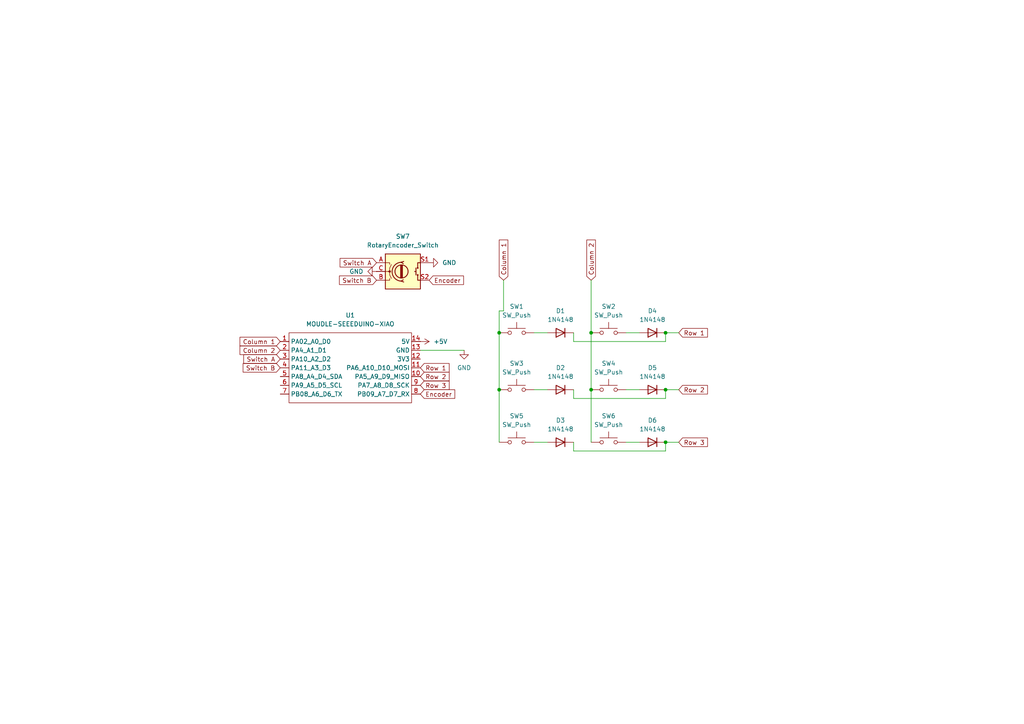
<source format=kicad_sch>
(kicad_sch
	(version 20250114)
	(generator "eeschema")
	(generator_version "9.0")
	(uuid "48303566-71d4-4c6d-884e-444d6af6ce6e")
	(paper "A4")
	(lib_symbols
		(symbol "Device:RotaryEncoder_Switch"
			(pin_names
				(offset 0.254)
				(hide yes)
			)
			(exclude_from_sim no)
			(in_bom yes)
			(on_board yes)
			(property "Reference" "SW"
				(at 0 6.604 0)
				(effects
					(font
						(size 1.27 1.27)
					)
				)
			)
			(property "Value" "RotaryEncoder_Switch"
				(at 0 -6.604 0)
				(effects
					(font
						(size 1.27 1.27)
					)
				)
			)
			(property "Footprint" ""
				(at -3.81 4.064 0)
				(effects
					(font
						(size 1.27 1.27)
					)
					(hide yes)
				)
			)
			(property "Datasheet" "~"
				(at 0 6.604 0)
				(effects
					(font
						(size 1.27 1.27)
					)
					(hide yes)
				)
			)
			(property "Description" "Rotary encoder, dual channel, incremental quadrate outputs, with switch"
				(at 0 0 0)
				(effects
					(font
						(size 1.27 1.27)
					)
					(hide yes)
				)
			)
			(property "ki_keywords" "rotary switch encoder switch push button"
				(at 0 0 0)
				(effects
					(font
						(size 1.27 1.27)
					)
					(hide yes)
				)
			)
			(property "ki_fp_filters" "RotaryEncoder*Switch*"
				(at 0 0 0)
				(effects
					(font
						(size 1.27 1.27)
					)
					(hide yes)
				)
			)
			(symbol "RotaryEncoder_Switch_0_1"
				(rectangle
					(start -5.08 5.08)
					(end 5.08 -5.08)
					(stroke
						(width 0.254)
						(type default)
					)
					(fill
						(type background)
					)
				)
				(polyline
					(pts
						(xy -5.08 2.54) (xy -3.81 2.54) (xy -3.81 2.032)
					)
					(stroke
						(width 0)
						(type default)
					)
					(fill
						(type none)
					)
				)
				(polyline
					(pts
						(xy -5.08 0) (xy -3.81 0) (xy -3.81 -1.016) (xy -3.302 -2.032)
					)
					(stroke
						(width 0)
						(type default)
					)
					(fill
						(type none)
					)
				)
				(polyline
					(pts
						(xy -5.08 -2.54) (xy -3.81 -2.54) (xy -3.81 -2.032)
					)
					(stroke
						(width 0)
						(type default)
					)
					(fill
						(type none)
					)
				)
				(polyline
					(pts
						(xy -4.318 0) (xy -3.81 0) (xy -3.81 1.016) (xy -3.302 2.032)
					)
					(stroke
						(width 0)
						(type default)
					)
					(fill
						(type none)
					)
				)
				(circle
					(center -3.81 0)
					(radius 0.254)
					(stroke
						(width 0)
						(type default)
					)
					(fill
						(type outline)
					)
				)
				(polyline
					(pts
						(xy -0.635 -1.778) (xy -0.635 1.778)
					)
					(stroke
						(width 0.254)
						(type default)
					)
					(fill
						(type none)
					)
				)
				(circle
					(center -0.381 0)
					(radius 1.905)
					(stroke
						(width 0.254)
						(type default)
					)
					(fill
						(type none)
					)
				)
				(polyline
					(pts
						(xy -0.381 -1.778) (xy -0.381 1.778)
					)
					(stroke
						(width 0.254)
						(type default)
					)
					(fill
						(type none)
					)
				)
				(arc
					(start -0.381 -2.794)
					(mid -3.0988 -0.0635)
					(end -0.381 2.667)
					(stroke
						(width 0.254)
						(type default)
					)
					(fill
						(type none)
					)
				)
				(polyline
					(pts
						(xy -0.127 1.778) (xy -0.127 -1.778)
					)
					(stroke
						(width 0.254)
						(type default)
					)
					(fill
						(type none)
					)
				)
				(polyline
					(pts
						(xy 0.254 2.921) (xy -0.508 2.667) (xy 0.127 2.286)
					)
					(stroke
						(width 0.254)
						(type default)
					)
					(fill
						(type none)
					)
				)
				(polyline
					(pts
						(xy 0.254 -3.048) (xy -0.508 -2.794) (xy 0.127 -2.413)
					)
					(stroke
						(width 0.254)
						(type default)
					)
					(fill
						(type none)
					)
				)
				(polyline
					(pts
						(xy 3.81 1.016) (xy 3.81 -1.016)
					)
					(stroke
						(width 0.254)
						(type default)
					)
					(fill
						(type none)
					)
				)
				(polyline
					(pts
						(xy 3.81 0) (xy 3.429 0)
					)
					(stroke
						(width 0.254)
						(type default)
					)
					(fill
						(type none)
					)
				)
				(circle
					(center 4.318 1.016)
					(radius 0.127)
					(stroke
						(width 0.254)
						(type default)
					)
					(fill
						(type none)
					)
				)
				(circle
					(center 4.318 -1.016)
					(radius 0.127)
					(stroke
						(width 0.254)
						(type default)
					)
					(fill
						(type none)
					)
				)
				(polyline
					(pts
						(xy 5.08 2.54) (xy 4.318 2.54) (xy 4.318 1.016)
					)
					(stroke
						(width 0.254)
						(type default)
					)
					(fill
						(type none)
					)
				)
				(polyline
					(pts
						(xy 5.08 -2.54) (xy 4.318 -2.54) (xy 4.318 -1.016)
					)
					(stroke
						(width 0.254)
						(type default)
					)
					(fill
						(type none)
					)
				)
			)
			(symbol "RotaryEncoder_Switch_1_1"
				(pin passive line
					(at -7.62 2.54 0)
					(length 2.54)
					(name "A"
						(effects
							(font
								(size 1.27 1.27)
							)
						)
					)
					(number "A"
						(effects
							(font
								(size 1.27 1.27)
							)
						)
					)
				)
				(pin passive line
					(at -7.62 0 0)
					(length 2.54)
					(name "C"
						(effects
							(font
								(size 1.27 1.27)
							)
						)
					)
					(number "C"
						(effects
							(font
								(size 1.27 1.27)
							)
						)
					)
				)
				(pin passive line
					(at -7.62 -2.54 0)
					(length 2.54)
					(name "B"
						(effects
							(font
								(size 1.27 1.27)
							)
						)
					)
					(number "B"
						(effects
							(font
								(size 1.27 1.27)
							)
						)
					)
				)
				(pin passive line
					(at 7.62 2.54 180)
					(length 2.54)
					(name "S1"
						(effects
							(font
								(size 1.27 1.27)
							)
						)
					)
					(number "S1"
						(effects
							(font
								(size 1.27 1.27)
							)
						)
					)
				)
				(pin passive line
					(at 7.62 -2.54 180)
					(length 2.54)
					(name "S2"
						(effects
							(font
								(size 1.27 1.27)
							)
						)
					)
					(number "S2"
						(effects
							(font
								(size 1.27 1.27)
							)
						)
					)
				)
			)
			(embedded_fonts no)
		)
		(symbol "Diode:1N4148"
			(pin_numbers
				(hide yes)
			)
			(pin_names
				(hide yes)
			)
			(exclude_from_sim no)
			(in_bom yes)
			(on_board yes)
			(property "Reference" "D"
				(at 0 2.54 0)
				(effects
					(font
						(size 1.27 1.27)
					)
				)
			)
			(property "Value" "1N4148"
				(at 0 -2.54 0)
				(effects
					(font
						(size 1.27 1.27)
					)
				)
			)
			(property "Footprint" "Diode_THT:D_DO-35_SOD27_P7.62mm_Horizontal"
				(at 0 0 0)
				(effects
					(font
						(size 1.27 1.27)
					)
					(hide yes)
				)
			)
			(property "Datasheet" "https://assets.nexperia.com/documents/data-sheet/1N4148_1N4448.pdf"
				(at 0 0 0)
				(effects
					(font
						(size 1.27 1.27)
					)
					(hide yes)
				)
			)
			(property "Description" "100V 0.15A standard switching diode, DO-35"
				(at 0 0 0)
				(effects
					(font
						(size 1.27 1.27)
					)
					(hide yes)
				)
			)
			(property "Sim.Device" "D"
				(at 0 0 0)
				(effects
					(font
						(size 1.27 1.27)
					)
					(hide yes)
				)
			)
			(property "Sim.Pins" "1=K 2=A"
				(at 0 0 0)
				(effects
					(font
						(size 1.27 1.27)
					)
					(hide yes)
				)
			)
			(property "ki_keywords" "diode"
				(at 0 0 0)
				(effects
					(font
						(size 1.27 1.27)
					)
					(hide yes)
				)
			)
			(property "ki_fp_filters" "D*DO?35*"
				(at 0 0 0)
				(effects
					(font
						(size 1.27 1.27)
					)
					(hide yes)
				)
			)
			(symbol "1N4148_0_1"
				(polyline
					(pts
						(xy -1.27 1.27) (xy -1.27 -1.27)
					)
					(stroke
						(width 0.254)
						(type default)
					)
					(fill
						(type none)
					)
				)
				(polyline
					(pts
						(xy 1.27 1.27) (xy 1.27 -1.27) (xy -1.27 0) (xy 1.27 1.27)
					)
					(stroke
						(width 0.254)
						(type default)
					)
					(fill
						(type none)
					)
				)
				(polyline
					(pts
						(xy 1.27 0) (xy -1.27 0)
					)
					(stroke
						(width 0)
						(type default)
					)
					(fill
						(type none)
					)
				)
			)
			(symbol "1N4148_1_1"
				(pin passive line
					(at -3.81 0 0)
					(length 2.54)
					(name "K"
						(effects
							(font
								(size 1.27 1.27)
							)
						)
					)
					(number "1"
						(effects
							(font
								(size 1.27 1.27)
							)
						)
					)
				)
				(pin passive line
					(at 3.81 0 180)
					(length 2.54)
					(name "A"
						(effects
							(font
								(size 1.27 1.27)
							)
						)
					)
					(number "2"
						(effects
							(font
								(size 1.27 1.27)
							)
						)
					)
				)
			)
			(embedded_fonts no)
		)
		(symbol "Switch:SW_Push"
			(pin_numbers
				(hide yes)
			)
			(pin_names
				(offset 1.016)
				(hide yes)
			)
			(exclude_from_sim no)
			(in_bom yes)
			(on_board yes)
			(property "Reference" "SW"
				(at 1.27 2.54 0)
				(effects
					(font
						(size 1.27 1.27)
					)
					(justify left)
				)
			)
			(property "Value" "SW_Push"
				(at 0 -1.524 0)
				(effects
					(font
						(size 1.27 1.27)
					)
				)
			)
			(property "Footprint" ""
				(at 0 5.08 0)
				(effects
					(font
						(size 1.27 1.27)
					)
					(hide yes)
				)
			)
			(property "Datasheet" "~"
				(at 0 5.08 0)
				(effects
					(font
						(size 1.27 1.27)
					)
					(hide yes)
				)
			)
			(property "Description" "Push button switch, generic, two pins"
				(at 0 0 0)
				(effects
					(font
						(size 1.27 1.27)
					)
					(hide yes)
				)
			)
			(property "ki_keywords" "switch normally-open pushbutton push-button"
				(at 0 0 0)
				(effects
					(font
						(size 1.27 1.27)
					)
					(hide yes)
				)
			)
			(symbol "SW_Push_0_1"
				(circle
					(center -2.032 0)
					(radius 0.508)
					(stroke
						(width 0)
						(type default)
					)
					(fill
						(type none)
					)
				)
				(polyline
					(pts
						(xy 0 1.27) (xy 0 3.048)
					)
					(stroke
						(width 0)
						(type default)
					)
					(fill
						(type none)
					)
				)
				(circle
					(center 2.032 0)
					(radius 0.508)
					(stroke
						(width 0)
						(type default)
					)
					(fill
						(type none)
					)
				)
				(polyline
					(pts
						(xy 2.54 1.27) (xy -2.54 1.27)
					)
					(stroke
						(width 0)
						(type default)
					)
					(fill
						(type none)
					)
				)
				(pin passive line
					(at -5.08 0 0)
					(length 2.54)
					(name "1"
						(effects
							(font
								(size 1.27 1.27)
							)
						)
					)
					(number "1"
						(effects
							(font
								(size 1.27 1.27)
							)
						)
					)
				)
				(pin passive line
					(at 5.08 0 180)
					(length 2.54)
					(name "2"
						(effects
							(font
								(size 1.27 1.27)
							)
						)
					)
					(number "2"
						(effects
							(font
								(size 1.27 1.27)
							)
						)
					)
				)
			)
			(embedded_fonts no)
		)
		(symbol "XIAO_RP2040:MOUDLE-SEEEDUINO-XIAO"
			(exclude_from_sim no)
			(in_bom yes)
			(on_board yes)
			(property "Reference" "U"
				(at -16.51 11.43 0)
				(effects
					(font
						(size 1.27 1.27)
					)
				)
			)
			(property "Value" "MOUDLE-SEEEDUINO-XIAO"
				(at -3.81 -11.43 0)
				(effects
					(font
						(size 1.27 1.27)
					)
				)
			)
			(property "Footprint" ""
				(at -16.51 2.54 0)
				(effects
					(font
						(size 1.27 1.27)
					)
					(hide yes)
				)
			)
			(property "Datasheet" ""
				(at -16.51 2.54 0)
				(effects
					(font
						(size 1.27 1.27)
					)
					(hide yes)
				)
			)
			(property "Description" ""
				(at 0 0 0)
				(effects
					(font
						(size 1.27 1.27)
					)
					(hide yes)
				)
			)
			(symbol "MOUDLE-SEEEDUINO-XIAO_0_1"
				(rectangle
					(start -16.51 10.16)
					(end 19.05 -10.16)
					(stroke
						(width 0)
						(type default)
					)
					(fill
						(type none)
					)
				)
			)
			(symbol "MOUDLE-SEEEDUINO-XIAO_1_1"
				(pin passive line
					(at -19.05 7.62 0)
					(length 2.54)
					(name "PA02_A0_D0"
						(effects
							(font
								(size 1.27 1.27)
							)
						)
					)
					(number "1"
						(effects
							(font
								(size 1.27 1.27)
							)
						)
					)
				)
				(pin passive line
					(at -19.05 5.08 0)
					(length 2.54)
					(name "PA4_A1_D1"
						(effects
							(font
								(size 1.27 1.27)
							)
						)
					)
					(number "2"
						(effects
							(font
								(size 1.27 1.27)
							)
						)
					)
				)
				(pin passive line
					(at -19.05 2.54 0)
					(length 2.54)
					(name "PA10_A2_D2"
						(effects
							(font
								(size 1.27 1.27)
							)
						)
					)
					(number "3"
						(effects
							(font
								(size 1.27 1.27)
							)
						)
					)
				)
				(pin passive line
					(at -19.05 0 0)
					(length 2.54)
					(name "PA11_A3_D3"
						(effects
							(font
								(size 1.27 1.27)
							)
						)
					)
					(number "4"
						(effects
							(font
								(size 1.27 1.27)
							)
						)
					)
				)
				(pin passive line
					(at -19.05 -2.54 0)
					(length 2.54)
					(name "PA8_A4_D4_SDA"
						(effects
							(font
								(size 1.27 1.27)
							)
						)
					)
					(number "5"
						(effects
							(font
								(size 1.27 1.27)
							)
						)
					)
				)
				(pin passive line
					(at -19.05 -5.08 0)
					(length 2.54)
					(name "PA9_A5_D5_SCL"
						(effects
							(font
								(size 1.27 1.27)
							)
						)
					)
					(number "6"
						(effects
							(font
								(size 1.27 1.27)
							)
						)
					)
				)
				(pin passive line
					(at -19.05 -7.62 0)
					(length 2.54)
					(name "PB08_A6_D6_TX"
						(effects
							(font
								(size 1.27 1.27)
							)
						)
					)
					(number "7"
						(effects
							(font
								(size 1.27 1.27)
							)
						)
					)
				)
				(pin passive line
					(at 21.59 7.62 180)
					(length 2.54)
					(name "5V"
						(effects
							(font
								(size 1.27 1.27)
							)
						)
					)
					(number "14"
						(effects
							(font
								(size 1.27 1.27)
							)
						)
					)
				)
				(pin passive line
					(at 21.59 5.08 180)
					(length 2.54)
					(name "GND"
						(effects
							(font
								(size 1.27 1.27)
							)
						)
					)
					(number "13"
						(effects
							(font
								(size 1.27 1.27)
							)
						)
					)
				)
				(pin passive line
					(at 21.59 2.54 180)
					(length 2.54)
					(name "3V3"
						(effects
							(font
								(size 1.27 1.27)
							)
						)
					)
					(number "12"
						(effects
							(font
								(size 1.27 1.27)
							)
						)
					)
				)
				(pin passive line
					(at 21.59 0 180)
					(length 2.54)
					(name "PA6_A10_D10_MOSI"
						(effects
							(font
								(size 1.27 1.27)
							)
						)
					)
					(number "11"
						(effects
							(font
								(size 1.27 1.27)
							)
						)
					)
				)
				(pin passive line
					(at 21.59 -2.54 180)
					(length 2.54)
					(name "PA5_A9_D9_MISO"
						(effects
							(font
								(size 1.27 1.27)
							)
						)
					)
					(number "10"
						(effects
							(font
								(size 1.27 1.27)
							)
						)
					)
				)
				(pin passive line
					(at 21.59 -5.08 180)
					(length 2.54)
					(name "PA7_A8_D8_SCK"
						(effects
							(font
								(size 1.27 1.27)
							)
						)
					)
					(number "9"
						(effects
							(font
								(size 1.27 1.27)
							)
						)
					)
				)
				(pin passive line
					(at 21.59 -7.62 180)
					(length 2.54)
					(name "PB09_A7_D7_RX"
						(effects
							(font
								(size 1.27 1.27)
							)
						)
					)
					(number "8"
						(effects
							(font
								(size 1.27 1.27)
							)
						)
					)
				)
			)
			(embedded_fonts no)
		)
		(symbol "power:+5V"
			(power)
			(pin_numbers
				(hide yes)
			)
			(pin_names
				(offset 0)
				(hide yes)
			)
			(exclude_from_sim no)
			(in_bom yes)
			(on_board yes)
			(property "Reference" "#PWR"
				(at 0 -3.81 0)
				(effects
					(font
						(size 1.27 1.27)
					)
					(hide yes)
				)
			)
			(property "Value" "+5V"
				(at 0 3.556 0)
				(effects
					(font
						(size 1.27 1.27)
					)
				)
			)
			(property "Footprint" ""
				(at 0 0 0)
				(effects
					(font
						(size 1.27 1.27)
					)
					(hide yes)
				)
			)
			(property "Datasheet" ""
				(at 0 0 0)
				(effects
					(font
						(size 1.27 1.27)
					)
					(hide yes)
				)
			)
			(property "Description" "Power symbol creates a global label with name \"+5V\""
				(at 0 0 0)
				(effects
					(font
						(size 1.27 1.27)
					)
					(hide yes)
				)
			)
			(property "ki_keywords" "global power"
				(at 0 0 0)
				(effects
					(font
						(size 1.27 1.27)
					)
					(hide yes)
				)
			)
			(symbol "+5V_0_1"
				(polyline
					(pts
						(xy -0.762 1.27) (xy 0 2.54)
					)
					(stroke
						(width 0)
						(type default)
					)
					(fill
						(type none)
					)
				)
				(polyline
					(pts
						(xy 0 2.54) (xy 0.762 1.27)
					)
					(stroke
						(width 0)
						(type default)
					)
					(fill
						(type none)
					)
				)
				(polyline
					(pts
						(xy 0 0) (xy 0 2.54)
					)
					(stroke
						(width 0)
						(type default)
					)
					(fill
						(type none)
					)
				)
			)
			(symbol "+5V_1_1"
				(pin power_in line
					(at 0 0 90)
					(length 0)
					(name "~"
						(effects
							(font
								(size 1.27 1.27)
							)
						)
					)
					(number "1"
						(effects
							(font
								(size 1.27 1.27)
							)
						)
					)
				)
			)
			(embedded_fonts no)
		)
		(symbol "power:GND"
			(power)
			(pin_numbers
				(hide yes)
			)
			(pin_names
				(offset 0)
				(hide yes)
			)
			(exclude_from_sim no)
			(in_bom yes)
			(on_board yes)
			(property "Reference" "#PWR"
				(at 0 -6.35 0)
				(effects
					(font
						(size 1.27 1.27)
					)
					(hide yes)
				)
			)
			(property "Value" "GND"
				(at 0 -3.81 0)
				(effects
					(font
						(size 1.27 1.27)
					)
				)
			)
			(property "Footprint" ""
				(at 0 0 0)
				(effects
					(font
						(size 1.27 1.27)
					)
					(hide yes)
				)
			)
			(property "Datasheet" ""
				(at 0 0 0)
				(effects
					(font
						(size 1.27 1.27)
					)
					(hide yes)
				)
			)
			(property "Description" "Power symbol creates a global label with name \"GND\" , ground"
				(at 0 0 0)
				(effects
					(font
						(size 1.27 1.27)
					)
					(hide yes)
				)
			)
			(property "ki_keywords" "global power"
				(at 0 0 0)
				(effects
					(font
						(size 1.27 1.27)
					)
					(hide yes)
				)
			)
			(symbol "GND_0_1"
				(polyline
					(pts
						(xy 0 0) (xy 0 -1.27) (xy 1.27 -1.27) (xy 0 -2.54) (xy -1.27 -1.27) (xy 0 -1.27)
					)
					(stroke
						(width 0)
						(type default)
					)
					(fill
						(type none)
					)
				)
			)
			(symbol "GND_1_1"
				(pin power_in line
					(at 0 0 270)
					(length 0)
					(name "~"
						(effects
							(font
								(size 1.27 1.27)
							)
						)
					)
					(number "1"
						(effects
							(font
								(size 1.27 1.27)
							)
						)
					)
				)
			)
			(embedded_fonts no)
		)
	)
	(junction
		(at 144.78 113.03)
		(diameter 0)
		(color 0 0 0 0)
		(uuid "405291fc-47f9-4e3b-88b1-a57b5f130744")
	)
	(junction
		(at 171.45 96.52)
		(diameter 0)
		(color 0 0 0 0)
		(uuid "472f594e-7cc4-4ca4-8ae2-5a0a6c112487")
	)
	(junction
		(at 193.04 96.52)
		(diameter 0)
		(color 0 0 0 0)
		(uuid "5181ea16-974b-4d3d-8f0b-d48cd292f18f")
	)
	(junction
		(at 193.04 128.27)
		(diameter 0)
		(color 0 0 0 0)
		(uuid "5dedbf79-99dc-4212-9385-0a7e876c77ad")
	)
	(junction
		(at 144.78 96.52)
		(diameter 0)
		(color 0 0 0 0)
		(uuid "7da6bc8c-8e39-46da-a591-d90e6a2c509e")
	)
	(junction
		(at 171.45 113.03)
		(diameter 0)
		(color 0 0 0 0)
		(uuid "946b1176-5409-4b35-bd83-e8282d663274")
	)
	(junction
		(at 193.04 113.03)
		(diameter 0)
		(color 0 0 0 0)
		(uuid "aa791b29-73ac-45cb-86c9-f499b465ce93")
	)
	(wire
		(pts
			(xy 171.45 96.52) (xy 171.45 113.03)
		)
		(stroke
			(width 0)
			(type default)
		)
		(uuid "079ad66b-97ad-4feb-a592-bfb3c8ba1c7f")
	)
	(wire
		(pts
			(xy 181.61 96.52) (xy 185.42 96.52)
		)
		(stroke
			(width 0)
			(type default)
		)
		(uuid "07b8e335-3f9f-474a-94ac-a13bfa0927bf")
	)
	(wire
		(pts
			(xy 154.94 96.52) (xy 158.75 96.52)
		)
		(stroke
			(width 0)
			(type default)
		)
		(uuid "1a28a638-ef79-465a-96d3-65759ee4332a")
	)
	(wire
		(pts
			(xy 166.37 99.06) (xy 193.04 99.06)
		)
		(stroke
			(width 0)
			(type default)
		)
		(uuid "1e90077e-8bc6-43e0-8f30-21ca37556c56")
	)
	(wire
		(pts
			(xy 154.94 113.03) (xy 158.75 113.03)
		)
		(stroke
			(width 0)
			(type default)
		)
		(uuid "1f0991e0-62c7-4160-a07b-9bb3fd1c8a09")
	)
	(wire
		(pts
			(xy 193.04 115.57) (xy 193.04 113.03)
		)
		(stroke
			(width 0)
			(type default)
		)
		(uuid "206024e0-559c-4d86-98f0-5bc767df1953")
	)
	(wire
		(pts
			(xy 166.37 115.57) (xy 193.04 115.57)
		)
		(stroke
			(width 0)
			(type default)
		)
		(uuid "3b70ddeb-5dd5-47d1-b51c-d154114fd411")
	)
	(wire
		(pts
			(xy 146.05 90.17) (xy 144.78 90.17)
		)
		(stroke
			(width 0)
			(type default)
		)
		(uuid "3cf4e8d2-67a5-4224-9882-096166607a6d")
	)
	(wire
		(pts
			(xy 166.37 128.27) (xy 166.37 130.81)
		)
		(stroke
			(width 0)
			(type default)
		)
		(uuid "4ebcf874-6b4f-47e4-91d0-85c366a24cdb")
	)
	(wire
		(pts
			(xy 193.04 130.81) (xy 193.04 128.27)
		)
		(stroke
			(width 0)
			(type default)
		)
		(uuid "5af179e6-a7fd-4448-b604-52a3382f9cf9")
	)
	(wire
		(pts
			(xy 171.45 113.03) (xy 171.45 128.27)
		)
		(stroke
			(width 0)
			(type default)
		)
		(uuid "5d28e482-1e2b-4f9d-9464-ca1767e99d2d")
	)
	(wire
		(pts
			(xy 171.45 81.28) (xy 171.45 96.52)
		)
		(stroke
			(width 0)
			(type default)
		)
		(uuid "681fcb0c-bda6-4eee-a89d-4f11413c8018")
	)
	(wire
		(pts
			(xy 166.37 113.03) (xy 166.37 115.57)
		)
		(stroke
			(width 0)
			(type default)
		)
		(uuid "718c3ebf-091e-4df0-b0b5-22e2eb4a6965")
	)
	(wire
		(pts
			(xy 193.04 99.06) (xy 193.04 96.52)
		)
		(stroke
			(width 0)
			(type default)
		)
		(uuid "75685e67-ba1c-4fd7-8ece-b5bf5253c555")
	)
	(wire
		(pts
			(xy 166.37 130.81) (xy 193.04 130.81)
		)
		(stroke
			(width 0)
			(type default)
		)
		(uuid "7cbcf602-22f9-4140-b709-ac2c78c7c004")
	)
	(wire
		(pts
			(xy 193.04 113.03) (xy 196.85 113.03)
		)
		(stroke
			(width 0)
			(type default)
		)
		(uuid "83d5b48d-817e-4964-80a5-2676d85cec9c")
	)
	(wire
		(pts
			(xy 193.04 96.52) (xy 196.85 96.52)
		)
		(stroke
			(width 0)
			(type default)
		)
		(uuid "85890100-4343-4aa0-a2c4-497d154f29bd")
	)
	(wire
		(pts
			(xy 154.94 128.27) (xy 158.75 128.27)
		)
		(stroke
			(width 0)
			(type default)
		)
		(uuid "85c9768d-4373-4279-b347-bd0eb7b3963e")
	)
	(wire
		(pts
			(xy 144.78 90.17) (xy 144.78 96.52)
		)
		(stroke
			(width 0)
			(type default)
		)
		(uuid "88e7e865-52ce-4cb7-bef4-ff9d23b4d428")
	)
	(wire
		(pts
			(xy 144.78 96.52) (xy 144.78 113.03)
		)
		(stroke
			(width 0)
			(type default)
		)
		(uuid "9294509c-cff3-44c7-8833-4ff94e810fc2")
	)
	(wire
		(pts
			(xy 193.04 128.27) (xy 196.85 128.27)
		)
		(stroke
			(width 0)
			(type default)
		)
		(uuid "99455681-f35a-40c0-a426-629a6b5e4ca8")
	)
	(wire
		(pts
			(xy 144.78 113.03) (xy 144.78 128.27)
		)
		(stroke
			(width 0)
			(type default)
		)
		(uuid "9fd5a645-9b22-4831-9b7f-079f26a53037")
	)
	(wire
		(pts
			(xy 181.61 128.27) (xy 185.42 128.27)
		)
		(stroke
			(width 0)
			(type default)
		)
		(uuid "a6d70df2-86c9-4510-b717-70441f3e3644")
	)
	(wire
		(pts
			(xy 166.37 96.52) (xy 166.37 99.06)
		)
		(stroke
			(width 0)
			(type default)
		)
		(uuid "bb281d51-8c6c-4d40-a899-cc484f96435b")
	)
	(wire
		(pts
			(xy 146.05 81.28) (xy 146.05 90.17)
		)
		(stroke
			(width 0)
			(type default)
		)
		(uuid "d979a7e9-943d-4f83-812a-b030378cb6b6")
	)
	(wire
		(pts
			(xy 121.92 101.6) (xy 134.62 101.6)
		)
		(stroke
			(width 0)
			(type default)
		)
		(uuid "fa579e8d-0067-4e88-af3b-6d7d64cf3f6a")
	)
	(wire
		(pts
			(xy 181.61 113.03) (xy 185.42 113.03)
		)
		(stroke
			(width 0)
			(type default)
		)
		(uuid "fe451c51-bc61-44d9-856a-99aea6bc751c")
	)
	(global_label "Row 3"
		(shape input)
		(at 121.92 111.76 0)
		(fields_autoplaced yes)
		(effects
			(font
				(size 1.27 1.27)
			)
			(justify left)
		)
		(uuid "0002ff05-d500-42fd-afc1-728b7651bdb5")
		(property "Intersheetrefs" "${INTERSHEET_REFS}"
			(at 130.8318 111.76 0)
			(effects
				(font
					(size 1.27 1.27)
				)
				(justify left)
				(hide yes)
			)
		)
	)
	(global_label "Row 1"
		(shape input)
		(at 121.92 106.68 0)
		(fields_autoplaced yes)
		(effects
			(font
				(size 1.27 1.27)
			)
			(justify left)
		)
		(uuid "065ad744-25b5-4b8c-8369-b036dded5792")
		(property "Intersheetrefs" "${INTERSHEET_REFS}"
			(at 130.8318 106.68 0)
			(effects
				(font
					(size 1.27 1.27)
				)
				(justify left)
				(hide yes)
			)
		)
	)
	(global_label "Encoder"
		(shape input)
		(at 121.92 114.3 0)
		(fields_autoplaced yes)
		(effects
			(font
				(size 1.27 1.27)
			)
			(justify left)
		)
		(uuid "166748d3-a226-4162-ac44-b7006a287fc1")
		(property "Intersheetrefs" "${INTERSHEET_REFS}"
			(at 132.4646 114.3 0)
			(effects
				(font
					(size 1.27 1.27)
				)
				(justify left)
				(hide yes)
			)
		)
	)
	(global_label "Row 3"
		(shape input)
		(at 196.85 128.27 0)
		(fields_autoplaced yes)
		(effects
			(font
				(size 1.27 1.27)
			)
			(justify left)
		)
		(uuid "3fdfd542-7762-43bd-a0eb-43eadb9c43e6")
		(property "Intersheetrefs" "${INTERSHEET_REFS}"
			(at 205.7618 128.27 0)
			(effects
				(font
					(size 1.27 1.27)
				)
				(justify left)
				(hide yes)
			)
		)
	)
	(global_label "Switch B"
		(shape input)
		(at 109.22 81.28 180)
		(fields_autoplaced yes)
		(effects
			(font
				(size 1.27 1.27)
			)
			(justify right)
		)
		(uuid "4c19fd52-6337-4221-bf80-0e8c7046d68f")
		(property "Intersheetrefs" "${INTERSHEET_REFS}"
			(at 97.8891 81.28 0)
			(effects
				(font
					(size 1.27 1.27)
				)
				(justify right)
				(hide yes)
			)
		)
	)
	(global_label "Switch B"
		(shape input)
		(at 81.28 106.68 180)
		(fields_autoplaced yes)
		(effects
			(font
				(size 1.27 1.27)
			)
			(justify right)
		)
		(uuid "4c42496d-11c2-4325-bb88-b2ecc182d354")
		(property "Intersheetrefs" "${INTERSHEET_REFS}"
			(at 69.9491 106.68 0)
			(effects
				(font
					(size 1.27 1.27)
				)
				(justify right)
				(hide yes)
			)
		)
	)
	(global_label "Column 1"
		(shape input)
		(at 146.05 81.28 90)
		(fields_autoplaced yes)
		(effects
			(font
				(size 1.27 1.27)
			)
			(justify left)
		)
		(uuid "6430e5d9-b6d8-463e-8b1e-70fb7000f205")
		(property "Intersheetrefs" "${INTERSHEET_REFS}"
			(at 146.05 69.0422 90)
			(effects
				(font
					(size 1.27 1.27)
				)
				(justify left)
				(hide yes)
			)
		)
	)
	(global_label "Row 1"
		(shape input)
		(at 196.85 96.52 0)
		(fields_autoplaced yes)
		(effects
			(font
				(size 1.27 1.27)
			)
			(justify left)
		)
		(uuid "6d200ac8-f5b5-4c1b-aaa1-e49809e35a23")
		(property "Intersheetrefs" "${INTERSHEET_REFS}"
			(at 205.7618 96.52 0)
			(effects
				(font
					(size 1.27 1.27)
				)
				(justify left)
				(hide yes)
			)
		)
	)
	(global_label "Column 2"
		(shape input)
		(at 81.28 101.6 180)
		(fields_autoplaced yes)
		(effects
			(font
				(size 1.27 1.27)
			)
			(justify right)
		)
		(uuid "6f2f0e92-b0a7-4bf5-ab57-343d408c6b4f")
		(property "Intersheetrefs" "${INTERSHEET_REFS}"
			(at 69.0422 101.6 0)
			(effects
				(font
					(size 1.27 1.27)
				)
				(justify right)
				(hide yes)
			)
		)
	)
	(global_label "Column 1"
		(shape input)
		(at 81.28 99.06 180)
		(fields_autoplaced yes)
		(effects
			(font
				(size 1.27 1.27)
			)
			(justify right)
		)
		(uuid "8c8ef91d-e629-4969-9d1a-cb8fabdbc6ee")
		(property "Intersheetrefs" "${INTERSHEET_REFS}"
			(at 69.0422 99.06 0)
			(effects
				(font
					(size 1.27 1.27)
				)
				(justify right)
				(hide yes)
			)
		)
	)
	(global_label "Row 2"
		(shape input)
		(at 121.92 109.22 0)
		(fields_autoplaced yes)
		(effects
			(font
				(size 1.27 1.27)
			)
			(justify left)
		)
		(uuid "bb12078e-2c60-4f42-87dc-bb0a5728b7f9")
		(property "Intersheetrefs" "${INTERSHEET_REFS}"
			(at 130.8318 109.22 0)
			(effects
				(font
					(size 1.27 1.27)
				)
				(justify left)
				(hide yes)
			)
		)
	)
	(global_label "Column 2"
		(shape input)
		(at 171.45 81.28 90)
		(fields_autoplaced yes)
		(effects
			(font
				(size 1.27 1.27)
			)
			(justify left)
		)
		(uuid "bfa11b48-ad5a-4a8f-bc2d-a1104db0ef1d")
		(property "Intersheetrefs" "${INTERSHEET_REFS}"
			(at 171.45 69.0422 90)
			(effects
				(font
					(size 1.27 1.27)
				)
				(justify left)
				(hide yes)
			)
		)
	)
	(global_label "Row 2"
		(shape input)
		(at 196.85 113.03 0)
		(fields_autoplaced yes)
		(effects
			(font
				(size 1.27 1.27)
			)
			(justify left)
		)
		(uuid "cce865b9-b404-41d5-8bb6-f5e85ada1512")
		(property "Intersheetrefs" "${INTERSHEET_REFS}"
			(at 205.7618 113.03 0)
			(effects
				(font
					(size 1.27 1.27)
				)
				(justify left)
				(hide yes)
			)
		)
	)
	(global_label "Encoder"
		(shape input)
		(at 124.46 81.28 0)
		(fields_autoplaced yes)
		(effects
			(font
				(size 1.27 1.27)
			)
			(justify left)
		)
		(uuid "d91561f8-c502-4b60-a5ca-207f02a0aa8e")
		(property "Intersheetrefs" "${INTERSHEET_REFS}"
			(at 135.0046 81.28 0)
			(effects
				(font
					(size 1.27 1.27)
				)
				(justify left)
				(hide yes)
			)
		)
	)
	(global_label "Switch A"
		(shape input)
		(at 81.28 104.14 180)
		(fields_autoplaced yes)
		(effects
			(font
				(size 1.27 1.27)
			)
			(justify right)
		)
		(uuid "e7e40d5f-01b4-4a29-8d3c-d6e3d84b3778")
		(property "Intersheetrefs" "${INTERSHEET_REFS}"
			(at 70.1305 104.14 0)
			(effects
				(font
					(size 1.27 1.27)
				)
				(justify right)
				(hide yes)
			)
		)
	)
	(global_label "Switch A"
		(shape input)
		(at 109.22 76.2 180)
		(fields_autoplaced yes)
		(effects
			(font
				(size 1.27 1.27)
			)
			(justify right)
		)
		(uuid "f009268a-7a0f-415e-915b-6f4446e70137")
		(property "Intersheetrefs" "${INTERSHEET_REFS}"
			(at 98.0705 76.2 0)
			(effects
				(font
					(size 1.27 1.27)
				)
				(justify right)
				(hide yes)
			)
		)
	)
	(symbol
		(lib_id "Diode:1N4148")
		(at 162.56 96.52 180)
		(unit 1)
		(exclude_from_sim no)
		(in_bom yes)
		(on_board yes)
		(dnp no)
		(fields_autoplaced yes)
		(uuid "0630e2c0-b77a-42d9-9feb-4388f5e3a8ba")
		(property "Reference" "D1"
			(at 162.56 90.17 0)
			(effects
				(font
					(size 1.27 1.27)
				)
			)
		)
		(property "Value" "1N4148"
			(at 162.56 92.71 0)
			(effects
				(font
					(size 1.27 1.27)
				)
			)
		)
		(property "Footprint" "Diode_THT:D_DO-35_SOD27_P7.62mm_Horizontal"
			(at 162.56 96.52 0)
			(effects
				(font
					(size 1.27 1.27)
				)
				(hide yes)
			)
		)
		(property "Datasheet" "https://assets.nexperia.com/documents/data-sheet/1N4148_1N4448.pdf"
			(at 162.56 96.52 0)
			(effects
				(font
					(size 1.27 1.27)
				)
				(hide yes)
			)
		)
		(property "Description" "100V 0.15A standard switching diode, DO-35"
			(at 162.56 96.52 0)
			(effects
				(font
					(size 1.27 1.27)
				)
				(hide yes)
			)
		)
		(property "Sim.Device" "D"
			(at 162.56 96.52 0)
			(effects
				(font
					(size 1.27 1.27)
				)
				(hide yes)
			)
		)
		(property "Sim.Pins" "1=K 2=A"
			(at 162.56 96.52 0)
			(effects
				(font
					(size 1.27 1.27)
				)
				(hide yes)
			)
		)
		(pin "1"
			(uuid "99bbdce3-c5bb-4c0c-9f73-92a22b16c07d")
		)
		(pin "2"
			(uuid "07027eae-946d-4118-8f28-f701a312b9f8")
		)
		(instances
			(project ""
				(path "/48303566-71d4-4c6d-884e-444d6af6ce6e"
					(reference "D1")
					(unit 1)
				)
			)
		)
	)
	(symbol
		(lib_id "Switch:SW_Push")
		(at 176.53 113.03 0)
		(unit 1)
		(exclude_from_sim no)
		(in_bom yes)
		(on_board yes)
		(dnp no)
		(fields_autoplaced yes)
		(uuid "1107b954-3f37-442e-8e55-5f4b2467b2e8")
		(property "Reference" "SW4"
			(at 176.53 105.41 0)
			(effects
				(font
					(size 1.27 1.27)
				)
			)
		)
		(property "Value" "SW_Push"
			(at 176.53 107.95 0)
			(effects
				(font
					(size 1.27 1.27)
				)
			)
		)
		(property "Footprint" "Button_Switch_Keyboard:SW_Cherry_MX_1.00u_PCB"
			(at 176.53 107.95 0)
			(effects
				(font
					(size 1.27 1.27)
				)
				(hide yes)
			)
		)
		(property "Datasheet" "~"
			(at 176.53 107.95 0)
			(effects
				(font
					(size 1.27 1.27)
				)
				(hide yes)
			)
		)
		(property "Description" "Push button switch, generic, two pins"
			(at 176.53 113.03 0)
			(effects
				(font
					(size 1.27 1.27)
				)
				(hide yes)
			)
		)
		(pin "2"
			(uuid "e0d419c9-a71b-4511-837b-c850198f4e66")
		)
		(pin "1"
			(uuid "f82c6258-90c1-4385-ae52-107d60ec58c0")
		)
		(instances
			(project "spMacropad"
				(path "/48303566-71d4-4c6d-884e-444d6af6ce6e"
					(reference "SW4")
					(unit 1)
				)
			)
		)
	)
	(symbol
		(lib_id "Diode:1N4148")
		(at 162.56 128.27 180)
		(unit 1)
		(exclude_from_sim no)
		(in_bom yes)
		(on_board yes)
		(dnp no)
		(fields_autoplaced yes)
		(uuid "15baf14b-69f9-452a-882b-b5d32d0f1a1f")
		(property "Reference" "D3"
			(at 162.56 121.92 0)
			(effects
				(font
					(size 1.27 1.27)
				)
			)
		)
		(property "Value" "1N4148"
			(at 162.56 124.46 0)
			(effects
				(font
					(size 1.27 1.27)
				)
			)
		)
		(property "Footprint" "Diode_THT:D_DO-35_SOD27_P7.62mm_Horizontal"
			(at 162.56 128.27 0)
			(effects
				(font
					(size 1.27 1.27)
				)
				(hide yes)
			)
		)
		(property "Datasheet" "https://assets.nexperia.com/documents/data-sheet/1N4148_1N4448.pdf"
			(at 162.56 128.27 0)
			(effects
				(font
					(size 1.27 1.27)
				)
				(hide yes)
			)
		)
		(property "Description" "100V 0.15A standard switching diode, DO-35"
			(at 162.56 128.27 0)
			(effects
				(font
					(size 1.27 1.27)
				)
				(hide yes)
			)
		)
		(property "Sim.Device" "D"
			(at 162.56 128.27 0)
			(effects
				(font
					(size 1.27 1.27)
				)
				(hide yes)
			)
		)
		(property "Sim.Pins" "1=K 2=A"
			(at 162.56 128.27 0)
			(effects
				(font
					(size 1.27 1.27)
				)
				(hide yes)
			)
		)
		(pin "1"
			(uuid "a7387783-b01a-430a-805e-c217a9ff4d1f")
		)
		(pin "2"
			(uuid "e320df5d-cc12-4537-9627-b0f8f188c8fb")
		)
		(instances
			(project "spMacropad"
				(path "/48303566-71d4-4c6d-884e-444d6af6ce6e"
					(reference "D3")
					(unit 1)
				)
			)
		)
	)
	(symbol
		(lib_id "Switch:SW_Push")
		(at 149.86 128.27 0)
		(unit 1)
		(exclude_from_sim no)
		(in_bom yes)
		(on_board yes)
		(dnp no)
		(fields_autoplaced yes)
		(uuid "1b3266aa-6e6f-4e46-b643-d0976d79063c")
		(property "Reference" "SW5"
			(at 149.86 120.65 0)
			(effects
				(font
					(size 1.27 1.27)
				)
			)
		)
		(property "Value" "SW_Push"
			(at 149.86 123.19 0)
			(effects
				(font
					(size 1.27 1.27)
				)
			)
		)
		(property "Footprint" "Button_Switch_Keyboard:SW_Cherry_MX_1.00u_PCB"
			(at 149.86 123.19 0)
			(effects
				(font
					(size 1.27 1.27)
				)
				(hide yes)
			)
		)
		(property "Datasheet" "~"
			(at 149.86 123.19 0)
			(effects
				(font
					(size 1.27 1.27)
				)
				(hide yes)
			)
		)
		(property "Description" "Push button switch, generic, two pins"
			(at 149.86 128.27 0)
			(effects
				(font
					(size 1.27 1.27)
				)
				(hide yes)
			)
		)
		(pin "2"
			(uuid "9b4f5a3d-885e-4864-b495-d9c150a73559")
		)
		(pin "1"
			(uuid "46903e89-2e87-42d9-aa29-5bd577a3edbf")
		)
		(instances
			(project "spMacropad"
				(path "/48303566-71d4-4c6d-884e-444d6af6ce6e"
					(reference "SW5")
					(unit 1)
				)
			)
		)
	)
	(symbol
		(lib_id "Diode:1N4148")
		(at 162.56 113.03 180)
		(unit 1)
		(exclude_from_sim no)
		(in_bom yes)
		(on_board yes)
		(dnp no)
		(fields_autoplaced yes)
		(uuid "20f74381-fbbb-4169-bf6a-e7ac6e85abbe")
		(property "Reference" "D2"
			(at 162.56 106.68 0)
			(effects
				(font
					(size 1.27 1.27)
				)
			)
		)
		(property "Value" "1N4148"
			(at 162.56 109.22 0)
			(effects
				(font
					(size 1.27 1.27)
				)
			)
		)
		(property "Footprint" "Diode_THT:D_DO-35_SOD27_P7.62mm_Horizontal"
			(at 162.56 113.03 0)
			(effects
				(font
					(size 1.27 1.27)
				)
				(hide yes)
			)
		)
		(property "Datasheet" "https://assets.nexperia.com/documents/data-sheet/1N4148_1N4448.pdf"
			(at 162.56 113.03 0)
			(effects
				(font
					(size 1.27 1.27)
				)
				(hide yes)
			)
		)
		(property "Description" "100V 0.15A standard switching diode, DO-35"
			(at 162.56 113.03 0)
			(effects
				(font
					(size 1.27 1.27)
				)
				(hide yes)
			)
		)
		(property "Sim.Device" "D"
			(at 162.56 113.03 0)
			(effects
				(font
					(size 1.27 1.27)
				)
				(hide yes)
			)
		)
		(property "Sim.Pins" "1=K 2=A"
			(at 162.56 113.03 0)
			(effects
				(font
					(size 1.27 1.27)
				)
				(hide yes)
			)
		)
		(pin "1"
			(uuid "8caf3aec-e70c-434b-8c37-9d47af81b857")
		)
		(pin "2"
			(uuid "17c42dcd-8c83-4ff2-8b8f-d9aef9d0af53")
		)
		(instances
			(project "spMacropad"
				(path "/48303566-71d4-4c6d-884e-444d6af6ce6e"
					(reference "D2")
					(unit 1)
				)
			)
		)
	)
	(symbol
		(lib_id "Switch:SW_Push")
		(at 176.53 128.27 0)
		(unit 1)
		(exclude_from_sim no)
		(in_bom yes)
		(on_board yes)
		(dnp no)
		(fields_autoplaced yes)
		(uuid "32c45770-5123-4be7-8175-37daf8bc9413")
		(property "Reference" "SW6"
			(at 176.53 120.65 0)
			(effects
				(font
					(size 1.27 1.27)
				)
			)
		)
		(property "Value" "SW_Push"
			(at 176.53 123.19 0)
			(effects
				(font
					(size 1.27 1.27)
				)
			)
		)
		(property "Footprint" "Button_Switch_Keyboard:SW_Cherry_MX_1.00u_PCB"
			(at 176.53 123.19 0)
			(effects
				(font
					(size 1.27 1.27)
				)
				(hide yes)
			)
		)
		(property "Datasheet" "~"
			(at 176.53 123.19 0)
			(effects
				(font
					(size 1.27 1.27)
				)
				(hide yes)
			)
		)
		(property "Description" "Push button switch, generic, two pins"
			(at 176.53 128.27 0)
			(effects
				(font
					(size 1.27 1.27)
				)
				(hide yes)
			)
		)
		(pin "2"
			(uuid "0a734ef5-bdae-4474-8791-3a39b5b395db")
		)
		(pin "1"
			(uuid "0daf7b7b-ae83-40cb-9496-e1d0b2c9497d")
		)
		(instances
			(project "spMacropad"
				(path "/48303566-71d4-4c6d-884e-444d6af6ce6e"
					(reference "SW6")
					(unit 1)
				)
			)
		)
	)
	(symbol
		(lib_id "Device:RotaryEncoder_Switch")
		(at 116.84 78.74 0)
		(unit 1)
		(exclude_from_sim no)
		(in_bom yes)
		(on_board yes)
		(dnp no)
		(fields_autoplaced yes)
		(uuid "4e067842-c9ba-4bbb-af05-c559293ed9d2")
		(property "Reference" "SW7"
			(at 116.84 68.58 0)
			(effects
				(font
					(size 1.27 1.27)
				)
			)
		)
		(property "Value" "RotaryEncoder_Switch"
			(at 116.84 71.12 0)
			(effects
				(font
					(size 1.27 1.27)
				)
			)
		)
		(property "Footprint" "Rotary_Encoder:RotaryEncoder_Alps_EC11E-Switch_Vertical_H20mm"
			(at 113.03 74.676 0)
			(effects
				(font
					(size 1.27 1.27)
				)
				(hide yes)
			)
		)
		(property "Datasheet" "~"
			(at 116.84 72.136 0)
			(effects
				(font
					(size 1.27 1.27)
				)
				(hide yes)
			)
		)
		(property "Description" "Rotary encoder, dual channel, incremental quadrate outputs, with switch"
			(at 116.84 78.74 0)
			(effects
				(font
					(size 1.27 1.27)
				)
				(hide yes)
			)
		)
		(pin "B"
			(uuid "68b765b0-1047-4b83-95d5-ac41e4eb4bdf")
		)
		(pin "S1"
			(uuid "67bd699d-644c-4f4d-b068-c037c23e7444")
		)
		(pin "C"
			(uuid "7a0c1677-ecaf-481d-87f0-9ff1c862a807")
		)
		(pin "A"
			(uuid "dc9a0754-42f7-4def-9f6a-5910a4eb88f9")
		)
		(pin "S2"
			(uuid "2f6c45c2-166e-420a-b612-f46da2d86583")
		)
		(instances
			(project ""
				(path "/48303566-71d4-4c6d-884e-444d6af6ce6e"
					(reference "SW7")
					(unit 1)
				)
			)
		)
	)
	(symbol
		(lib_id "power:GND")
		(at 134.62 101.6 0)
		(unit 1)
		(exclude_from_sim no)
		(in_bom yes)
		(on_board yes)
		(dnp no)
		(fields_autoplaced yes)
		(uuid "4e4a6753-a364-48fd-91a5-3dd29b257760")
		(property "Reference" "#PWR01"
			(at 134.62 107.95 0)
			(effects
				(font
					(size 1.27 1.27)
				)
				(hide yes)
			)
		)
		(property "Value" "GND"
			(at 134.62 106.68 0)
			(effects
				(font
					(size 1.27 1.27)
				)
			)
		)
		(property "Footprint" ""
			(at 134.62 101.6 0)
			(effects
				(font
					(size 1.27 1.27)
				)
				(hide yes)
			)
		)
		(property "Datasheet" ""
			(at 134.62 101.6 0)
			(effects
				(font
					(size 1.27 1.27)
				)
				(hide yes)
			)
		)
		(property "Description" "Power symbol creates a global label with name \"GND\" , ground"
			(at 134.62 101.6 0)
			(effects
				(font
					(size 1.27 1.27)
				)
				(hide yes)
			)
		)
		(pin "1"
			(uuid "221d40ab-46bc-4e8a-b18f-613de6940d5d")
		)
		(instances
			(project ""
				(path "/48303566-71d4-4c6d-884e-444d6af6ce6e"
					(reference "#PWR01")
					(unit 1)
				)
			)
		)
	)
	(symbol
		(lib_id "Diode:1N4148")
		(at 189.23 113.03 180)
		(unit 1)
		(exclude_from_sim no)
		(in_bom yes)
		(on_board yes)
		(dnp no)
		(fields_autoplaced yes)
		(uuid "5926bf67-4d17-4c5a-9ad7-16b89f8376f8")
		(property "Reference" "D5"
			(at 189.23 106.68 0)
			(effects
				(font
					(size 1.27 1.27)
				)
			)
		)
		(property "Value" "1N4148"
			(at 189.23 109.22 0)
			(effects
				(font
					(size 1.27 1.27)
				)
			)
		)
		(property "Footprint" "Diode_THT:D_DO-35_SOD27_P7.62mm_Horizontal"
			(at 189.23 113.03 0)
			(effects
				(font
					(size 1.27 1.27)
				)
				(hide yes)
			)
		)
		(property "Datasheet" "https://assets.nexperia.com/documents/data-sheet/1N4148_1N4448.pdf"
			(at 189.23 113.03 0)
			(effects
				(font
					(size 1.27 1.27)
				)
				(hide yes)
			)
		)
		(property "Description" "100V 0.15A standard switching diode, DO-35"
			(at 189.23 113.03 0)
			(effects
				(font
					(size 1.27 1.27)
				)
				(hide yes)
			)
		)
		(property "Sim.Device" "D"
			(at 189.23 113.03 0)
			(effects
				(font
					(size 1.27 1.27)
				)
				(hide yes)
			)
		)
		(property "Sim.Pins" "1=K 2=A"
			(at 189.23 113.03 0)
			(effects
				(font
					(size 1.27 1.27)
				)
				(hide yes)
			)
		)
		(pin "1"
			(uuid "1b44eb9d-f85a-4938-9eed-ea0abb795bde")
		)
		(pin "2"
			(uuid "a381c22f-90cd-49e9-a22d-3f0eeef993fa")
		)
		(instances
			(project "spMacropad"
				(path "/48303566-71d4-4c6d-884e-444d6af6ce6e"
					(reference "D5")
					(unit 1)
				)
			)
		)
	)
	(symbol
		(lib_id "Diode:1N4148")
		(at 189.23 128.27 180)
		(unit 1)
		(exclude_from_sim no)
		(in_bom yes)
		(on_board yes)
		(dnp no)
		(fields_autoplaced yes)
		(uuid "73fbf478-cc36-49b5-b357-c478a6a776f0")
		(property "Reference" "D6"
			(at 189.23 121.92 0)
			(effects
				(font
					(size 1.27 1.27)
				)
			)
		)
		(property "Value" "1N4148"
			(at 189.23 124.46 0)
			(effects
				(font
					(size 1.27 1.27)
				)
			)
		)
		(property "Footprint" "Diode_THT:D_DO-35_SOD27_P7.62mm_Horizontal"
			(at 189.23 128.27 0)
			(effects
				(font
					(size 1.27 1.27)
				)
				(hide yes)
			)
		)
		(property "Datasheet" "https://assets.nexperia.com/documents/data-sheet/1N4148_1N4448.pdf"
			(at 189.23 128.27 0)
			(effects
				(font
					(size 1.27 1.27)
				)
				(hide yes)
			)
		)
		(property "Description" "100V 0.15A standard switching diode, DO-35"
			(at 189.23 128.27 0)
			(effects
				(font
					(size 1.27 1.27)
				)
				(hide yes)
			)
		)
		(property "Sim.Device" "D"
			(at 189.23 128.27 0)
			(effects
				(font
					(size 1.27 1.27)
				)
				(hide yes)
			)
		)
		(property "Sim.Pins" "1=K 2=A"
			(at 189.23 128.27 0)
			(effects
				(font
					(size 1.27 1.27)
				)
				(hide yes)
			)
		)
		(pin "1"
			(uuid "565105cf-b770-44d8-b06b-3b6fe0e0d87c")
		)
		(pin "2"
			(uuid "cad511fb-5111-4cd6-8b88-bd62f933eed2")
		)
		(instances
			(project "spMacropad"
				(path "/48303566-71d4-4c6d-884e-444d6af6ce6e"
					(reference "D6")
					(unit 1)
				)
			)
		)
	)
	(symbol
		(lib_id "Diode:1N4148")
		(at 189.23 96.52 180)
		(unit 1)
		(exclude_from_sim no)
		(in_bom yes)
		(on_board yes)
		(dnp no)
		(fields_autoplaced yes)
		(uuid "7c92e701-76a2-417f-add7-ebbed3ace7e8")
		(property "Reference" "D4"
			(at 189.23 90.17 0)
			(effects
				(font
					(size 1.27 1.27)
				)
			)
		)
		(property "Value" "1N4148"
			(at 189.23 92.71 0)
			(effects
				(font
					(size 1.27 1.27)
				)
			)
		)
		(property "Footprint" "Diode_THT:D_DO-35_SOD27_P7.62mm_Horizontal"
			(at 189.23 96.52 0)
			(effects
				(font
					(size 1.27 1.27)
				)
				(hide yes)
			)
		)
		(property "Datasheet" "https://assets.nexperia.com/documents/data-sheet/1N4148_1N4448.pdf"
			(at 189.23 96.52 0)
			(effects
				(font
					(size 1.27 1.27)
				)
				(hide yes)
			)
		)
		(property "Description" "100V 0.15A standard switching diode, DO-35"
			(at 189.23 96.52 0)
			(effects
				(font
					(size 1.27 1.27)
				)
				(hide yes)
			)
		)
		(property "Sim.Device" "D"
			(at 189.23 96.52 0)
			(effects
				(font
					(size 1.27 1.27)
				)
				(hide yes)
			)
		)
		(property "Sim.Pins" "1=K 2=A"
			(at 189.23 96.52 0)
			(effects
				(font
					(size 1.27 1.27)
				)
				(hide yes)
			)
		)
		(pin "1"
			(uuid "32893f2e-6d9b-44ad-95ca-66805a435ba3")
		)
		(pin "2"
			(uuid "e03ce16c-8172-4d2a-be56-580db41359ba")
		)
		(instances
			(project "spMacropad"
				(path "/48303566-71d4-4c6d-884e-444d6af6ce6e"
					(reference "D4")
					(unit 1)
				)
			)
		)
	)
	(symbol
		(lib_id "Switch:SW_Push")
		(at 176.53 96.52 0)
		(unit 1)
		(exclude_from_sim no)
		(in_bom yes)
		(on_board yes)
		(dnp no)
		(fields_autoplaced yes)
		(uuid "801cca60-496b-4226-b36b-951eb18bbc58")
		(property "Reference" "SW2"
			(at 176.53 88.9 0)
			(effects
				(font
					(size 1.27 1.27)
				)
			)
		)
		(property "Value" "SW_Push"
			(at 176.53 91.44 0)
			(effects
				(font
					(size 1.27 1.27)
				)
			)
		)
		(property "Footprint" "Button_Switch_Keyboard:SW_Cherry_MX_1.00u_PCB"
			(at 176.53 91.44 0)
			(effects
				(font
					(size 1.27 1.27)
				)
				(hide yes)
			)
		)
		(property "Datasheet" "~"
			(at 176.53 91.44 0)
			(effects
				(font
					(size 1.27 1.27)
				)
				(hide yes)
			)
		)
		(property "Description" "Push button switch, generic, two pins"
			(at 176.53 96.52 0)
			(effects
				(font
					(size 1.27 1.27)
				)
				(hide yes)
			)
		)
		(pin "2"
			(uuid "4b85b609-c310-4d22-8270-83b185a9e56d")
		)
		(pin "1"
			(uuid "22e52ba2-3ddc-4889-8335-3d5aa2e4f9ac")
		)
		(instances
			(project "spMacropad"
				(path "/48303566-71d4-4c6d-884e-444d6af6ce6e"
					(reference "SW2")
					(unit 1)
				)
			)
		)
	)
	(symbol
		(lib_id "power:GND")
		(at 124.46 76.2 90)
		(unit 1)
		(exclude_from_sim no)
		(in_bom yes)
		(on_board yes)
		(dnp no)
		(fields_autoplaced yes)
		(uuid "90eeec60-6889-4086-bbcc-955964bbf3ac")
		(property "Reference" "#PWR02"
			(at 130.81 76.2 0)
			(effects
				(font
					(size 1.27 1.27)
				)
				(hide yes)
			)
		)
		(property "Value" "GND"
			(at 128.27 76.1999 90)
			(effects
				(font
					(size 1.27 1.27)
				)
				(justify right)
			)
		)
		(property "Footprint" ""
			(at 124.46 76.2 0)
			(effects
				(font
					(size 1.27 1.27)
				)
				(hide yes)
			)
		)
		(property "Datasheet" ""
			(at 124.46 76.2 0)
			(effects
				(font
					(size 1.27 1.27)
				)
				(hide yes)
			)
		)
		(property "Description" "Power symbol creates a global label with name \"GND\" , ground"
			(at 124.46 76.2 0)
			(effects
				(font
					(size 1.27 1.27)
				)
				(hide yes)
			)
		)
		(pin "1"
			(uuid "b4892452-72cd-4c98-bdee-1121341ca15b")
		)
		(instances
			(project ""
				(path "/48303566-71d4-4c6d-884e-444d6af6ce6e"
					(reference "#PWR02")
					(unit 1)
				)
			)
		)
	)
	(symbol
		(lib_id "power:+5V")
		(at 121.92 99.06 270)
		(unit 1)
		(exclude_from_sim no)
		(in_bom yes)
		(on_board yes)
		(dnp no)
		(fields_autoplaced yes)
		(uuid "aa4fb86e-62f7-4478-8709-9456892e4acf")
		(property "Reference" "#PWR07"
			(at 118.11 99.06 0)
			(effects
				(font
					(size 1.27 1.27)
				)
				(hide yes)
			)
		)
		(property "Value" "+5V"
			(at 125.73 99.0599 90)
			(effects
				(font
					(size 1.27 1.27)
				)
				(justify left)
			)
		)
		(property "Footprint" ""
			(at 121.92 99.06 0)
			(effects
				(font
					(size 1.27 1.27)
				)
				(hide yes)
			)
		)
		(property "Datasheet" ""
			(at 121.92 99.06 0)
			(effects
				(font
					(size 1.27 1.27)
				)
				(hide yes)
			)
		)
		(property "Description" "Power symbol creates a global label with name \"+5V\""
			(at 121.92 99.06 0)
			(effects
				(font
					(size 1.27 1.27)
				)
				(hide yes)
			)
		)
		(pin "1"
			(uuid "18de2f0b-811a-4d0e-ad5d-9cc7507d7537")
		)
		(instances
			(project ""
				(path "/48303566-71d4-4c6d-884e-444d6af6ce6e"
					(reference "#PWR07")
					(unit 1)
				)
			)
		)
	)
	(symbol
		(lib_id "XIAO_RP2040:MOUDLE-SEEEDUINO-XIAO")
		(at 100.33 106.68 0)
		(unit 1)
		(exclude_from_sim no)
		(in_bom yes)
		(on_board yes)
		(dnp no)
		(fields_autoplaced yes)
		(uuid "bc99696f-f388-49b9-bd8a-e062a7534003")
		(property "Reference" "U1"
			(at 101.6 91.44 0)
			(effects
				(font
					(size 1.27 1.27)
				)
			)
		)
		(property "Value" "MOUDLE-SEEEDUINO-XIAO"
			(at 101.6 93.98 0)
			(effects
				(font
					(size 1.27 1.27)
				)
			)
		)
		(property "Footprint" "footprints:XIAO-Generic-Hybrid-14P-2.54-21X17.8MM"
			(at 83.82 104.14 0)
			(effects
				(font
					(size 1.27 1.27)
				)
				(hide yes)
			)
		)
		(property "Datasheet" ""
			(at 83.82 104.14 0)
			(effects
				(font
					(size 1.27 1.27)
				)
				(hide yes)
			)
		)
		(property "Description" ""
			(at 100.33 106.68 0)
			(effects
				(font
					(size 1.27 1.27)
				)
				(hide yes)
			)
		)
		(pin "10"
			(uuid "58baf894-dd2a-45ca-b65a-6589d9b9e039")
		)
		(pin "14"
			(uuid "5541a2ab-1861-413f-913c-f8a80fdc6f89")
		)
		(pin "3"
			(uuid "d8ff2a07-bfe2-48a5-a197-386172e46ba9")
		)
		(pin "11"
			(uuid "5c38dc65-5973-4e18-b950-eaab2c2f5149")
		)
		(pin "4"
			(uuid "7bd6457a-f9a4-439d-b666-726d72ae604d")
		)
		(pin "1"
			(uuid "5e4164ed-8b38-4e7b-b056-acfe6197a094")
		)
		(pin "8"
			(uuid "4574bae0-17c4-4405-ac99-84bedc064d7f")
		)
		(pin "12"
			(uuid "1d6b05e8-0689-4fcb-8f9e-e5a5343e977c")
		)
		(pin "6"
			(uuid "f83c108a-b3e8-4c2e-a345-5c9fcb441153")
		)
		(pin "13"
			(uuid "3933c296-63c4-4aef-8888-393ec102463c")
		)
		(pin "2"
			(uuid "9ddcc30d-193a-4d4f-8e29-13e317b7c9f3")
		)
		(pin "7"
			(uuid "7aa30267-cc63-414b-8271-0cc00028fa45")
		)
		(pin "9"
			(uuid "7f509fe4-f1fb-4543-b590-a1764ac26b51")
		)
		(pin "5"
			(uuid "382f7b9f-35fd-48d8-b941-cb62bf22880a")
		)
		(instances
			(project ""
				(path "/48303566-71d4-4c6d-884e-444d6af6ce6e"
					(reference "U1")
					(unit 1)
				)
			)
		)
	)
	(symbol
		(lib_id "power:GND")
		(at 109.22 78.74 270)
		(unit 1)
		(exclude_from_sim no)
		(in_bom yes)
		(on_board yes)
		(dnp no)
		(fields_autoplaced yes)
		(uuid "bf3547b0-266b-441d-9ff6-143e70487e6d")
		(property "Reference" "#PWR04"
			(at 102.87 78.74 0)
			(effects
				(font
					(size 1.27 1.27)
				)
				(hide yes)
			)
		)
		(property "Value" "GND"
			(at 105.41 78.7399 90)
			(effects
				(font
					(size 1.27 1.27)
				)
				(justify right)
			)
		)
		(property "Footprint" ""
			(at 109.22 78.74 0)
			(effects
				(font
					(size 1.27 1.27)
				)
				(hide yes)
			)
		)
		(property "Datasheet" ""
			(at 109.22 78.74 0)
			(effects
				(font
					(size 1.27 1.27)
				)
				(hide yes)
			)
		)
		(property "Description" "Power symbol creates a global label with name \"GND\" , ground"
			(at 109.22 78.74 0)
			(effects
				(font
					(size 1.27 1.27)
				)
				(hide yes)
			)
		)
		(pin "1"
			(uuid "5b4ceec5-860d-4784-bd58-18c8072d210e")
		)
		(instances
			(project ""
				(path "/48303566-71d4-4c6d-884e-444d6af6ce6e"
					(reference "#PWR04")
					(unit 1)
				)
			)
		)
	)
	(symbol
		(lib_id "Switch:SW_Push")
		(at 149.86 113.03 0)
		(unit 1)
		(exclude_from_sim no)
		(in_bom yes)
		(on_board yes)
		(dnp no)
		(fields_autoplaced yes)
		(uuid "ebab71cd-32e9-4cb1-b1d9-1094e41b2850")
		(property "Reference" "SW3"
			(at 149.86 105.41 0)
			(effects
				(font
					(size 1.27 1.27)
				)
			)
		)
		(property "Value" "SW_Push"
			(at 149.86 107.95 0)
			(effects
				(font
					(size 1.27 1.27)
				)
			)
		)
		(property "Footprint" "Button_Switch_Keyboard:SW_Cherry_MX_1.00u_PCB"
			(at 149.86 107.95 0)
			(effects
				(font
					(size 1.27 1.27)
				)
				(hide yes)
			)
		)
		(property "Datasheet" "~"
			(at 149.86 107.95 0)
			(effects
				(font
					(size 1.27 1.27)
				)
				(hide yes)
			)
		)
		(property "Description" "Push button switch, generic, two pins"
			(at 149.86 113.03 0)
			(effects
				(font
					(size 1.27 1.27)
				)
				(hide yes)
			)
		)
		(pin "2"
			(uuid "b208bc35-4c63-4f32-8663-0566d0a04981")
		)
		(pin "1"
			(uuid "ba9f34c2-58a7-4b70-aeac-9134b9ee3c9d")
		)
		(instances
			(project "spMacropad"
				(path "/48303566-71d4-4c6d-884e-444d6af6ce6e"
					(reference "SW3")
					(unit 1)
				)
			)
		)
	)
	(symbol
		(lib_id "Switch:SW_Push")
		(at 149.86 96.52 0)
		(unit 1)
		(exclude_from_sim no)
		(in_bom yes)
		(on_board yes)
		(dnp no)
		(fields_autoplaced yes)
		(uuid "fecf8792-35ef-4657-9165-41acfbb1134b")
		(property "Reference" "SW1"
			(at 149.86 88.9 0)
			(effects
				(font
					(size 1.27 1.27)
				)
			)
		)
		(property "Value" "SW_Push"
			(at 149.86 91.44 0)
			(effects
				(font
					(size 1.27 1.27)
				)
			)
		)
		(property "Footprint" "Button_Switch_Keyboard:SW_Cherry_MX_1.00u_PCB"
			(at 149.86 91.44 0)
			(effects
				(font
					(size 1.27 1.27)
				)
				(hide yes)
			)
		)
		(property "Datasheet" "~"
			(at 149.86 91.44 0)
			(effects
				(font
					(size 1.27 1.27)
				)
				(hide yes)
			)
		)
		(property "Description" "Push button switch, generic, two pins"
			(at 149.86 96.52 0)
			(effects
				(font
					(size 1.27 1.27)
				)
				(hide yes)
			)
		)
		(pin "2"
			(uuid "12e2b5cc-55bb-48a4-9ef3-94bf1ff70ffb")
		)
		(pin "1"
			(uuid "9442b7c0-a01f-4850-8d17-1100367cc2c8")
		)
		(instances
			(project ""
				(path "/48303566-71d4-4c6d-884e-444d6af6ce6e"
					(reference "SW1")
					(unit 1)
				)
			)
		)
	)
	(sheet_instances
		(path "/"
			(page "1")
		)
	)
	(embedded_fonts no)
)

</source>
